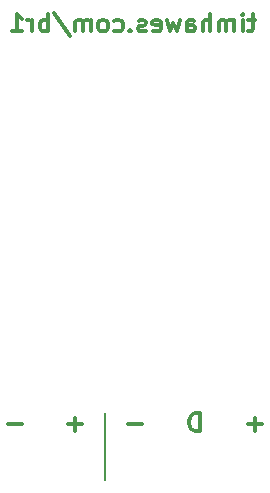
<source format=gbo>
G04 #@! TF.FileFunction,Legend,Bot*
%FSLAX46Y46*%
G04 Gerber Fmt 4.6, Leading zero omitted, Abs format (unit mm)*
G04 Created by KiCad (PCBNEW 0.201511091016+6303~30~ubuntu14.04.1-product) date Mon 09 Nov 2015 21:44:19 GMT*
%MOMM*%
G01*
G04 APERTURE LIST*
%ADD10C,0.100000*%
%ADD11C,0.200000*%
%ADD12C,0.300000*%
%ADD13R,3.000000X3.000000*%
%ADD14C,3.000000*%
%ADD15R,2.032000X1.727200*%
%ADD16O,2.032000X1.727200*%
%ADD17R,2.032000X2.032000*%
%ADD18O,2.032000X2.032000*%
%ADD19C,4.000000*%
G04 APERTURE END LIST*
D10*
D11*
X149860000Y-119253000D02*
X149860000Y-124968000D01*
D12*
X147891428Y-120249143D02*
X146748571Y-120249143D01*
X147320000Y-120820571D02*
X147320000Y-119677714D01*
X142811428Y-120249143D02*
X141668571Y-120249143D01*
X152971428Y-120249143D02*
X151828571Y-120249143D01*
X157872857Y-120820571D02*
X157872857Y-119320571D01*
X157515714Y-119320571D01*
X157301429Y-119392000D01*
X157158571Y-119534857D01*
X157087143Y-119677714D01*
X157015714Y-119963429D01*
X157015714Y-120177714D01*
X157087143Y-120463429D01*
X157158571Y-120606286D01*
X157301429Y-120749143D01*
X157515714Y-120820571D01*
X157872857Y-120820571D01*
X163131428Y-120249143D02*
X161988571Y-120249143D01*
X162560000Y-120820571D02*
X162560000Y-119677714D01*
X162579343Y-85987771D02*
X162007914Y-85987771D01*
X162365057Y-85487771D02*
X162365057Y-86773486D01*
X162293629Y-86916343D01*
X162150771Y-86987771D01*
X162007914Y-86987771D01*
X161507914Y-86987771D02*
X161507914Y-85987771D01*
X161507914Y-85487771D02*
X161579343Y-85559200D01*
X161507914Y-85630629D01*
X161436486Y-85559200D01*
X161507914Y-85487771D01*
X161507914Y-85630629D01*
X160793628Y-86987771D02*
X160793628Y-85987771D01*
X160793628Y-86130629D02*
X160722200Y-86059200D01*
X160579342Y-85987771D01*
X160365057Y-85987771D01*
X160222200Y-86059200D01*
X160150771Y-86202057D01*
X160150771Y-86987771D01*
X160150771Y-86202057D02*
X160079342Y-86059200D01*
X159936485Y-85987771D01*
X159722200Y-85987771D01*
X159579342Y-86059200D01*
X159507914Y-86202057D01*
X159507914Y-86987771D01*
X158793628Y-86987771D02*
X158793628Y-85487771D01*
X158150771Y-86987771D02*
X158150771Y-86202057D01*
X158222200Y-86059200D01*
X158365057Y-85987771D01*
X158579342Y-85987771D01*
X158722200Y-86059200D01*
X158793628Y-86130629D01*
X156793628Y-86987771D02*
X156793628Y-86202057D01*
X156865057Y-86059200D01*
X157007914Y-85987771D01*
X157293628Y-85987771D01*
X157436485Y-86059200D01*
X156793628Y-86916343D02*
X156936485Y-86987771D01*
X157293628Y-86987771D01*
X157436485Y-86916343D01*
X157507914Y-86773486D01*
X157507914Y-86630629D01*
X157436485Y-86487771D01*
X157293628Y-86416343D01*
X156936485Y-86416343D01*
X156793628Y-86344914D01*
X156222199Y-85987771D02*
X155936485Y-86987771D01*
X155650771Y-86273486D01*
X155365056Y-86987771D01*
X155079342Y-85987771D01*
X153936485Y-86916343D02*
X154079342Y-86987771D01*
X154365056Y-86987771D01*
X154507913Y-86916343D01*
X154579342Y-86773486D01*
X154579342Y-86202057D01*
X154507913Y-86059200D01*
X154365056Y-85987771D01*
X154079342Y-85987771D01*
X153936485Y-86059200D01*
X153865056Y-86202057D01*
X153865056Y-86344914D01*
X154579342Y-86487771D01*
X153293628Y-86916343D02*
X153150771Y-86987771D01*
X152865056Y-86987771D01*
X152722199Y-86916343D01*
X152650771Y-86773486D01*
X152650771Y-86702057D01*
X152722199Y-86559200D01*
X152865056Y-86487771D01*
X153079342Y-86487771D01*
X153222199Y-86416343D01*
X153293628Y-86273486D01*
X153293628Y-86202057D01*
X153222199Y-86059200D01*
X153079342Y-85987771D01*
X152865056Y-85987771D01*
X152722199Y-86059200D01*
X152007913Y-86844914D02*
X151936485Y-86916343D01*
X152007913Y-86987771D01*
X152079342Y-86916343D01*
X152007913Y-86844914D01*
X152007913Y-86987771D01*
X150650770Y-86916343D02*
X150793627Y-86987771D01*
X151079341Y-86987771D01*
X151222199Y-86916343D01*
X151293627Y-86844914D01*
X151365056Y-86702057D01*
X151365056Y-86273486D01*
X151293627Y-86130629D01*
X151222199Y-86059200D01*
X151079341Y-85987771D01*
X150793627Y-85987771D01*
X150650770Y-86059200D01*
X149793627Y-86987771D02*
X149936485Y-86916343D01*
X150007913Y-86844914D01*
X150079342Y-86702057D01*
X150079342Y-86273486D01*
X150007913Y-86130629D01*
X149936485Y-86059200D01*
X149793627Y-85987771D01*
X149579342Y-85987771D01*
X149436485Y-86059200D01*
X149365056Y-86130629D01*
X149293627Y-86273486D01*
X149293627Y-86702057D01*
X149365056Y-86844914D01*
X149436485Y-86916343D01*
X149579342Y-86987771D01*
X149793627Y-86987771D01*
X148650770Y-86987771D02*
X148650770Y-85987771D01*
X148650770Y-86130629D02*
X148579342Y-86059200D01*
X148436484Y-85987771D01*
X148222199Y-85987771D01*
X148079342Y-86059200D01*
X148007913Y-86202057D01*
X148007913Y-86987771D01*
X148007913Y-86202057D02*
X147936484Y-86059200D01*
X147793627Y-85987771D01*
X147579342Y-85987771D01*
X147436484Y-86059200D01*
X147365056Y-86202057D01*
X147365056Y-86987771D01*
X145579342Y-85416343D02*
X146865056Y-87344914D01*
X145079341Y-86987771D02*
X145079341Y-85487771D01*
X145079341Y-86059200D02*
X144936484Y-85987771D01*
X144650770Y-85987771D01*
X144507913Y-86059200D01*
X144436484Y-86130629D01*
X144365055Y-86273486D01*
X144365055Y-86702057D01*
X144436484Y-86844914D01*
X144507913Y-86916343D01*
X144650770Y-86987771D01*
X144936484Y-86987771D01*
X145079341Y-86916343D01*
X143722198Y-86987771D02*
X143722198Y-85987771D01*
X143722198Y-86273486D02*
X143650770Y-86130629D01*
X143579341Y-86059200D01*
X143436484Y-85987771D01*
X143293627Y-85987771D01*
X142007913Y-86987771D02*
X142865056Y-86987771D01*
X142436484Y-86987771D02*
X142436484Y-85487771D01*
X142579341Y-85702057D01*
X142722199Y-85844914D01*
X142865056Y-85916343D01*
%LPC*%
D13*
X142240000Y-123190000D03*
D14*
X147320000Y-123190000D03*
X152400000Y-123190000D03*
X157480000Y-123190000D03*
X162560000Y-123190000D03*
D15*
X163830000Y-104140000D03*
D16*
X163830000Y-106680000D03*
X163830000Y-109220000D03*
X163830000Y-111760000D03*
X163830000Y-114300000D03*
X163830000Y-116840000D03*
D15*
X140970000Y-103505000D03*
D16*
X140970000Y-106045000D03*
X140970000Y-108585000D03*
D17*
X141605000Y-94615000D03*
D18*
X144145000Y-94615000D03*
D17*
X141605000Y-97790000D03*
D18*
X144145000Y-97790000D03*
D19*
X144780000Y-112544860D03*
X144780000Y-118544340D03*
X149479000Y-115544600D03*
M02*

</source>
